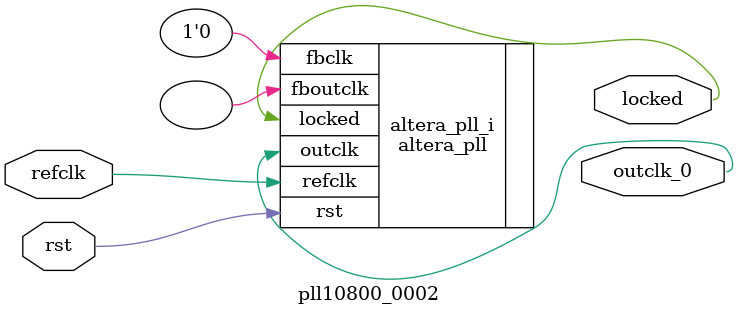
<source format=v>
`timescale 1ns/10ps
module  pll10800_0002(

	// interface 'refclk'
	input wire refclk,

	// interface 'reset'
	input wire rst,

	// interface 'outclk0'
	output wire outclk_0,

	// interface 'locked'
	output wire locked
);

	altera_pll #(
		.fractional_vco_multiplier("false"),
		.reference_clock_frequency("50.0 MHz"),
		.operation_mode("direct"),
		.number_of_clocks(1),
		.output_clock_frequency0("108.000000 MHz"),
		.phase_shift0("0 ps"),
		.duty_cycle0(50),
		.output_clock_frequency1("0 MHz"),
		.phase_shift1("0 ps"),
		.duty_cycle1(50),
		.output_clock_frequency2("0 MHz"),
		.phase_shift2("0 ps"),
		.duty_cycle2(50),
		.output_clock_frequency3("0 MHz"),
		.phase_shift3("0 ps"),
		.duty_cycle3(50),
		.output_clock_frequency4("0 MHz"),
		.phase_shift4("0 ps"),
		.duty_cycle4(50),
		.output_clock_frequency5("0 MHz"),
		.phase_shift5("0 ps"),
		.duty_cycle5(50),
		.output_clock_frequency6("0 MHz"),
		.phase_shift6("0 ps"),
		.duty_cycle6(50),
		.output_clock_frequency7("0 MHz"),
		.phase_shift7("0 ps"),
		.duty_cycle7(50),
		.output_clock_frequency8("0 MHz"),
		.phase_shift8("0 ps"),
		.duty_cycle8(50),
		.output_clock_frequency9("0 MHz"),
		.phase_shift9("0 ps"),
		.duty_cycle9(50),
		.output_clock_frequency10("0 MHz"),
		.phase_shift10("0 ps"),
		.duty_cycle10(50),
		.output_clock_frequency11("0 MHz"),
		.phase_shift11("0 ps"),
		.duty_cycle11(50),
		.output_clock_frequency12("0 MHz"),
		.phase_shift12("0 ps"),
		.duty_cycle12(50),
		.output_clock_frequency13("0 MHz"),
		.phase_shift13("0 ps"),
		.duty_cycle13(50),
		.output_clock_frequency14("0 MHz"),
		.phase_shift14("0 ps"),
		.duty_cycle14(50),
		.output_clock_frequency15("0 MHz"),
		.phase_shift15("0 ps"),
		.duty_cycle15(50),
		.output_clock_frequency16("0 MHz"),
		.phase_shift16("0 ps"),
		.duty_cycle16(50),
		.output_clock_frequency17("0 MHz"),
		.phase_shift17("0 ps"),
		.duty_cycle17(50),
		.pll_type("General"),
		.pll_subtype("General")
	) altera_pll_i (
		.rst	(rst),
		.outclk	({outclk_0}),
		.locked	(locked),
		.fboutclk	( ),
		.fbclk	(1'b0),
		.refclk	(refclk)
	);
endmodule


</source>
